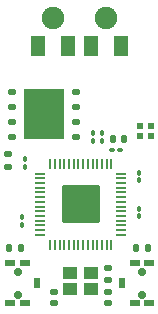
<source format=gts>
%TF.GenerationSoftware,KiCad,Pcbnew,(6.0.5-0)*%
%TF.CreationDate,2022-06-14T21:43:59-04:00*%
%TF.ProjectId,pico_ducky_pcb,7069636f-5f64-4756-936b-795f7063622e,rev?*%
%TF.SameCoordinates,Original*%
%TF.FileFunction,Soldermask,Top*%
%TF.FilePolarity,Negative*%
%FSLAX46Y46*%
G04 Gerber Fmt 4.6, Leading zero omitted, Abs format (unit mm)*
G04 Created by KiCad (PCBNEW (6.0.5-0)) date 2022-06-14 21:43:59*
%MOMM*%
%LPD*%
G01*
G04 APERTURE LIST*
G04 Aperture macros list*
%AMRoundRect*
0 Rectangle with rounded corners*
0 $1 Rounding radius*
0 $2 $3 $4 $5 $6 $7 $8 $9 X,Y pos of 4 corners*
0 Add a 4 corners polygon primitive as box body*
4,1,4,$2,$3,$4,$5,$6,$7,$8,$9,$2,$3,0*
0 Add four circle primitives for the rounded corners*
1,1,$1+$1,$2,$3*
1,1,$1+$1,$4,$5*
1,1,$1+$1,$6,$7*
1,1,$1+$1,$8,$9*
0 Add four rect primitives between the rounded corners*
20,1,$1+$1,$2,$3,$4,$5,0*
20,1,$1+$1,$4,$5,$6,$7,0*
20,1,$1+$1,$6,$7,$8,$9,0*
20,1,$1+$1,$8,$9,$2,$3,0*%
G04 Aperture macros list end*
%ADD10RoundRect,0.100000X0.100000X-0.130000X0.100000X0.130000X-0.100000X0.130000X-0.100000X-0.130000X0*%
%ADD11C,0.711200*%
%ADD12R,0.812800X0.508000*%
%ADD13R,0.508000X0.889000*%
%ADD14R,0.500000X0.500000*%
%ADD15RoundRect,0.125000X-0.250000X-0.125000X0.250000X-0.125000X0.250000X0.125000X-0.250000X0.125000X0*%
%ADD16R,3.400000X4.300000*%
%ADD17RoundRect,0.100000X0.130000X0.100000X-0.130000X0.100000X-0.130000X-0.100000X0.130000X-0.100000X0*%
%ADD18RoundRect,0.135000X-0.135000X-0.185000X0.135000X-0.185000X0.135000X0.185000X-0.135000X0.185000X0*%
%ADD19R,1.150000X1.000000*%
%ADD20RoundRect,0.100000X-0.100000X0.130000X-0.100000X-0.130000X0.100000X-0.130000X0.100000X0.130000X0*%
%ADD21RoundRect,0.140000X0.170000X-0.140000X0.170000X0.140000X-0.170000X0.140000X-0.170000X-0.140000X0*%
%ADD22RoundRect,0.050000X-0.387500X-0.050000X0.387500X-0.050000X0.387500X0.050000X-0.387500X0.050000X0*%
%ADD23RoundRect,0.050000X-0.050000X-0.387500X0.050000X-0.387500X0.050000X0.387500X-0.050000X0.387500X0*%
%ADD24RoundRect,0.144000X-1.456000X-1.456000X1.456000X-1.456000X1.456000X1.456000X-1.456000X1.456000X0*%
%ADD25RoundRect,0.135000X0.135000X0.185000X-0.135000X0.185000X-0.135000X-0.185000X0.135000X-0.185000X0*%
%ADD26RoundRect,0.135000X0.185000X-0.135000X0.185000X0.135000X-0.185000X0.135000X-0.185000X-0.135000X0*%
%ADD27RoundRect,0.140000X0.140000X0.170000X-0.140000X0.170000X-0.140000X-0.170000X0.140000X-0.170000X0*%
%ADD28RoundRect,0.135000X-0.185000X0.135000X-0.185000X-0.135000X0.185000X-0.135000X0.185000X0.135000X0*%
%ADD29C,1.900000*%
%ADD30R,1.300000X1.700000*%
G04 APERTURE END LIST*
D10*
%TO.C,C3*%
X92050000Y-55990000D03*
X92050000Y-55350000D03*
%TD*%
D11*
%TO.C,SW1*%
X81750000Y-65700001D03*
X81750000Y-63699999D03*
D12*
X81150001Y-62999998D03*
X82349999Y-66400002D03*
D13*
X83399999Y-64700000D03*
D12*
X81150001Y-66400002D03*
X82349999Y-62999998D03*
%TD*%
D14*
%TO.C,D1*%
X92150000Y-52250000D03*
X93050000Y-52250000D03*
X93050000Y-51350000D03*
X92150000Y-51350000D03*
%TD*%
D15*
%TO.C,U2*%
X81300000Y-48495000D03*
X81300000Y-49765000D03*
X81300000Y-51035000D03*
X81300000Y-52305000D03*
X86700000Y-52305000D03*
X86700000Y-51035000D03*
X86700000Y-49765000D03*
X86700000Y-48495000D03*
D16*
X84000000Y-50400000D03*
%TD*%
D10*
%TO.C,R7*%
X88900000Y-52620000D03*
X88900000Y-51980000D03*
%TD*%
D17*
%TO.C,C7*%
X90420000Y-53400000D03*
X89780000Y-53400000D03*
%TD*%
D18*
%TO.C,R1*%
X80990000Y-61700000D03*
X82010000Y-61700000D03*
%TD*%
D19*
%TO.C,Y1*%
X86225000Y-65200000D03*
X87975000Y-65200000D03*
X87975000Y-63800000D03*
X86225000Y-63800000D03*
%TD*%
D20*
%TO.C,C5*%
X82400000Y-54180000D03*
X82400000Y-54820000D03*
%TD*%
D10*
%TO.C,C4*%
X82150000Y-59720000D03*
X82150000Y-59080000D03*
%TD*%
D21*
%TO.C,C16*%
X89400000Y-66380000D03*
X89400000Y-65420000D03*
%TD*%
D22*
%TO.C,U3*%
X83662500Y-55400000D03*
X83662500Y-55800000D03*
X83662500Y-56200000D03*
X83662500Y-56600000D03*
X83662500Y-57000000D03*
X83662500Y-57400000D03*
X83662500Y-57800000D03*
X83662500Y-58200000D03*
X83662500Y-58600000D03*
X83662500Y-59000000D03*
X83662500Y-59400000D03*
X83662500Y-59800000D03*
X83662500Y-60200000D03*
X83662500Y-60600000D03*
D23*
X84500000Y-61437500D03*
X84900000Y-61437500D03*
X85300000Y-61437500D03*
X85700000Y-61437500D03*
X86100000Y-61437500D03*
X86500000Y-61437500D03*
X86900000Y-61437500D03*
X87300000Y-61437500D03*
X87700000Y-61437500D03*
X88100000Y-61437500D03*
X88500000Y-61437500D03*
X88900000Y-61437500D03*
X89300000Y-61437500D03*
X89700000Y-61437500D03*
D22*
X90537500Y-60600000D03*
X90537500Y-60200000D03*
X90537500Y-59800000D03*
X90537500Y-59400000D03*
X90537500Y-59000000D03*
X90537500Y-58600000D03*
X90537500Y-58200000D03*
X90537500Y-57800000D03*
X90537500Y-57400000D03*
X90537500Y-57000000D03*
X90537500Y-56600000D03*
X90537500Y-56200000D03*
X90537500Y-55800000D03*
X90537500Y-55400000D03*
D23*
X89700000Y-54562500D03*
X89300000Y-54562500D03*
X88900000Y-54562500D03*
X88500000Y-54562500D03*
X88100000Y-54562500D03*
X87700000Y-54562500D03*
X87300000Y-54562500D03*
X86900000Y-54562500D03*
X86500000Y-54562500D03*
X86100000Y-54562500D03*
X85700000Y-54562500D03*
X85300000Y-54562500D03*
X84900000Y-54562500D03*
X84500000Y-54562500D03*
D24*
X87100000Y-58000000D03*
%TD*%
D11*
%TO.C,SW2*%
X92250000Y-63699999D03*
X92250000Y-65700001D03*
D12*
X92849999Y-66400002D03*
X91650001Y-62999998D03*
X92849999Y-62999998D03*
D13*
X90600001Y-64700000D03*
D12*
X91650001Y-66400002D03*
%TD*%
D25*
%TO.C,R5*%
X92760000Y-61700000D03*
X91740000Y-61700000D03*
%TD*%
D26*
%TO.C,R3*%
X89400000Y-64410000D03*
X89400000Y-63390000D03*
%TD*%
D20*
%TO.C,C13*%
X92050000Y-58380000D03*
X92050000Y-59020000D03*
%TD*%
D21*
%TO.C,C12*%
X84800000Y-66380000D03*
X84800000Y-65420000D03*
%TD*%
D10*
%TO.C,R6*%
X88100000Y-52620000D03*
X88100000Y-51980000D03*
%TD*%
D27*
%TO.C,C14*%
X90780000Y-52500000D03*
X89820000Y-52500000D03*
%TD*%
D28*
%TO.C,R2*%
X80900000Y-53790000D03*
X80900000Y-54810000D03*
%TD*%
D29*
%TO.C,J1*%
X84750000Y-42245000D03*
X89250000Y-42245000D03*
D30*
X83500000Y-44595000D03*
X86000000Y-44595000D03*
X88000000Y-44595000D03*
X90500000Y-44595000D03*
%TD*%
M02*

</source>
